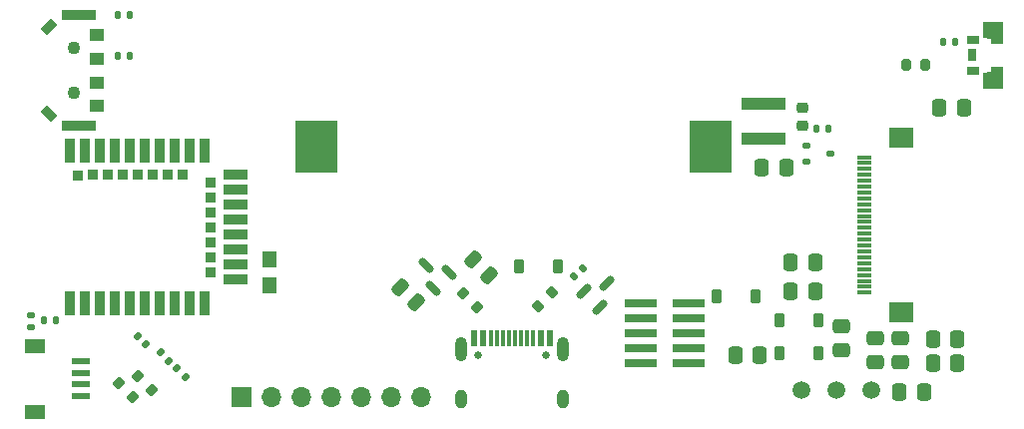
<source format=gbr>
%TF.GenerationSoftware,KiCad,Pcbnew,8.0.9-8.0.9-0~ubuntu22.04.1*%
%TF.CreationDate,2025-08-10T04:03:49+02:00*%
%TF.ProjectId,H-C3-ulp29,482d4333-2d75-46c7-9032-392e6b696361,rev?*%
%TF.SameCoordinates,Original*%
%TF.FileFunction,Soldermask,Top*%
%TF.FilePolarity,Negative*%
%FSLAX46Y46*%
G04 Gerber Fmt 4.6, Leading zero omitted, Abs format (unit mm)*
G04 Created by KiCad (PCBNEW 8.0.9-8.0.9-0~ubuntu22.04.1) date 2025-08-10 04:03:49*
%MOMM*%
%LPD*%
G01*
G04 APERTURE LIST*
G04 Aperture macros list*
%AMRoundRect*
0 Rectangle with rounded corners*
0 $1 Rounding radius*
0 $2 $3 $4 $5 $6 $7 $8 $9 X,Y pos of 4 corners*
0 Add a 4 corners polygon primitive as box body*
4,1,4,$2,$3,$4,$5,$6,$7,$8,$9,$2,$3,0*
0 Add four circle primitives for the rounded corners*
1,1,$1+$1,$2,$3*
1,1,$1+$1,$4,$5*
1,1,$1+$1,$6,$7*
1,1,$1+$1,$8,$9*
0 Add four rect primitives between the rounded corners*
20,1,$1+$1,$2,$3,$4,$5,0*
20,1,$1+$1,$4,$5,$6,$7,0*
20,1,$1+$1,$6,$7,$8,$9,0*
20,1,$1+$1,$8,$9,$2,$3,0*%
%AMRotRect*
0 Rectangle, with rotation*
0 The origin of the aperture is its center*
0 $1 length*
0 $2 width*
0 $3 Rotation angle, in degrees counterclockwise*
0 Add horizontal line*
21,1,$1,$2,0,0,$3*%
%AMFreePoly0*
4,1,21,0.935355,1.185355,0.950000,1.150000,0.950000,0.250000,0.935355,0.214645,0.900000,0.200000,0.452741,0.200000,0.479746,0.140866,0.500000,0.000000,0.479746,-0.140866,0.450000,-0.206001,0.450000,-0.450000,0.435355,-0.485355,0.400000,-0.500000,-0.900000,-0.500000,-0.935355,-0.485355,-0.950000,-0.450000,-0.950000,1.150000,-0.935355,1.185355,-0.900000,1.200000,0.900000,1.200000,
0.935355,1.185355,0.935355,1.185355,$1*%
%AMFreePoly1*
4,1,21,0.935355,1.185355,0.950000,1.150000,0.950000,-0.450000,0.935355,-0.485355,0.900000,-0.500000,-0.400000,-0.500000,-0.435355,-0.485355,-0.450000,-0.450000,-0.450000,-0.206001,-0.479746,-0.140866,-0.500000,0.000000,-0.479746,0.140866,-0.452741,0.200000,-0.900000,0.200000,-0.935355,0.214645,-0.950000,0.250000,-0.950000,1.150000,-0.935355,1.185355,-0.900000,1.200000,0.900000,1.200000,
0.935355,1.185355,0.935355,1.185355,$1*%
G04 Aperture macros list end*
%ADD10R,1.700000X1.700000*%
%ADD11O,1.700000X1.700000*%
%ADD12C,1.100000*%
%ADD13R,1.300000X1.000000*%
%ADD14R,3.000000X0.900000*%
%ADD15RotRect,1.200000X0.800000X45.000000*%
%ADD16RotRect,1.200000X0.800000X135.000000*%
%ADD17RoundRect,0.250000X0.475000X-0.337500X0.475000X0.337500X-0.475000X0.337500X-0.475000X-0.337500X0*%
%ADD18R,1.550000X0.600000*%
%ADD19R,1.800000X1.200000*%
%ADD20RoundRect,0.135000X0.135000X0.185000X-0.135000X0.185000X-0.135000X-0.185000X0.135000X-0.185000X0*%
%ADD21C,1.500000*%
%ADD22RoundRect,0.135000X-0.135000X-0.185000X0.135000X-0.185000X0.135000X0.185000X-0.135000X0.185000X0*%
%ADD23R,3.630000X4.500000*%
%ADD24RoundRect,0.225000X0.225000X0.375000X-0.225000X0.375000X-0.225000X-0.375000X0.225000X-0.375000X0*%
%ADD25RoundRect,0.135000X-0.226274X-0.035355X-0.035355X-0.226274X0.226274X0.035355X0.035355X0.226274X0*%
%ADD26R,3.708400X1.092200*%
%ADD27R,1.000000X0.800000*%
%ADD28R,0.700000X1.100000*%
%ADD29C,1.000000*%
%ADD30FreePoly0,270.000000*%
%ADD31FreePoly1,270.000000*%
%ADD32RoundRect,0.200000X0.335876X0.053033X0.053033X0.335876X-0.335876X-0.053033X-0.053033X-0.335876X0*%
%ADD33RoundRect,0.147500X0.172500X-0.147500X0.172500X0.147500X-0.172500X0.147500X-0.172500X-0.147500X0*%
%ADD34RoundRect,0.250000X0.337500X0.475000X-0.337500X0.475000X-0.337500X-0.475000X0.337500X-0.475000X0*%
%ADD35RoundRect,0.150000X0.521491X-0.309359X-0.309359X0.521491X-0.521491X0.309359X0.309359X-0.521491X0*%
%ADD36RoundRect,0.225000X-0.225000X-0.375000X0.225000X-0.375000X0.225000X0.375000X-0.225000X0.375000X0*%
%ADD37RoundRect,0.135000X0.226274X0.035355X0.035355X0.226274X-0.226274X-0.035355X-0.035355X-0.226274X0*%
%ADD38RoundRect,0.150000X-0.309359X-0.521491X0.521491X0.309359X0.309359X0.521491X-0.521491X-0.309359X0*%
%ADD39R,2.770000X0.650000*%
%ADD40RoundRect,0.225000X-0.250000X0.225000X-0.250000X-0.225000X0.250000X-0.225000X0.250000X0.225000X0*%
%ADD41RoundRect,0.250000X-0.337500X-0.475000X0.337500X-0.475000X0.337500X0.475000X-0.337500X0.475000X0*%
%ADD42R,0.900000X2.000000*%
%ADD43R,2.000000X0.900000*%
%ADD44R,0.900000X0.900000*%
%ADD45RoundRect,0.200000X0.053033X-0.335876X0.335876X-0.053033X-0.053033X0.335876X-0.335876X0.053033X0*%
%ADD46C,0.650000*%
%ADD47R,0.600000X1.450000*%
%ADD48R,0.300000X1.450000*%
%ADD49O,1.000000X2.100000*%
%ADD50O,1.000000X1.600000*%
%ADD51RoundRect,0.250000X0.512652X0.159099X0.159099X0.512652X-0.512652X-0.159099X-0.159099X-0.512652X0*%
%ADD52R,1.295400X1.422400*%
%ADD53R,1.193800X0.304800*%
%ADD54R,2.006600X1.803400*%
%ADD55RoundRect,0.200000X-0.200000X-0.275000X0.200000X-0.275000X0.200000X0.275000X-0.200000X0.275000X0*%
%ADD56RoundRect,0.135000X-0.035355X0.226274X-0.226274X0.035355X0.035355X-0.226274X0.226274X-0.035355X0*%
%ADD57RoundRect,0.112500X-0.237500X0.112500X-0.237500X-0.112500X0.237500X-0.112500X0.237500X0.112500X0*%
G04 APERTURE END LIST*
D10*
%TO.C,J3*%
X104750000Y-78300000D03*
D11*
X107290000Y-78300000D03*
X109830000Y-78300000D03*
X112370000Y-78300000D03*
X114910000Y-78300000D03*
X117450000Y-78300000D03*
X119990000Y-78300000D03*
%TD*%
D12*
%TO.C,SW1*%
X90478000Y-52515000D03*
X90478000Y-48715000D03*
D13*
X92428000Y-53615000D03*
X92428000Y-47615000D03*
D14*
X90978000Y-55315000D03*
X90978000Y-45915000D03*
D15*
X88368000Y-46935000D03*
D16*
X88368000Y-54295000D03*
D13*
X92428000Y-51615000D03*
X92428000Y-49615000D03*
%TD*%
D17*
%TO.C,C14*%
X160600000Y-75387500D03*
X160600000Y-73312500D03*
%TD*%
D18*
%TO.C,J4*%
X91093315Y-75253000D03*
X91093315Y-76253000D03*
X91093315Y-77253000D03*
X91093315Y-78253000D03*
D19*
X87218315Y-73953000D03*
X87218315Y-79553000D03*
%TD*%
D20*
%TO.C,R2*%
X95257000Y-49321000D03*
X94237000Y-49321000D03*
%TD*%
D21*
%TO.C,TP1*%
X158200000Y-77700000D03*
%TD*%
D22*
%TO.C,R21*%
X164252000Y-48179000D03*
X165272000Y-48179000D03*
%TD*%
D23*
%TO.C,BT1*%
X144500608Y-57053221D03*
X111120608Y-57053221D03*
%TD*%
D24*
%TO.C,D2*%
X148350000Y-69800000D03*
X145050000Y-69800000D03*
%TD*%
D25*
%TO.C,R6*%
X97867000Y-74533000D03*
X98588248Y-75254248D03*
%TD*%
D26*
%TO.C,L3*%
X149044000Y-53404400D03*
X149044000Y-56401600D03*
%TD*%
D17*
%TO.C,C8*%
X155600000Y-74337500D03*
X155600000Y-72262500D03*
%TD*%
D22*
%TO.C,R5*%
X87992000Y-71771000D03*
X89012000Y-71771000D03*
%TD*%
D27*
%TO.C,SW3*%
X166785000Y-50597000D03*
X166785000Y-47997000D03*
D28*
X166745000Y-49297000D03*
D29*
X168115000Y-47397000D03*
D30*
X168115000Y-47397000D03*
D29*
X168115000Y-51197000D03*
D31*
X168115000Y-51197000D03*
%TD*%
D32*
%TO.C,R15*%
X97133363Y-77733363D03*
X95966637Y-76566637D03*
%TD*%
D33*
%TO.C,D4*%
X86850000Y-72352500D03*
X86850000Y-71382500D03*
%TD*%
D21*
%TO.C,TP2*%
X155200000Y-77700000D03*
%TD*%
D34*
%TO.C,C11*%
X162617500Y-77890000D03*
X160542500Y-77890000D03*
%TD*%
D35*
%TO.C,U2*%
X121019074Y-69112577D03*
X122362577Y-67769074D03*
X120365000Y-67115000D03*
%TD*%
D36*
%TO.C,D1*%
X150395000Y-71800000D03*
X153695000Y-71800000D03*
%TD*%
D34*
%TO.C,C16*%
X148712500Y-74750000D03*
X146637500Y-74750000D03*
%TD*%
D37*
%TO.C,R3*%
X96633624Y-73859624D03*
X95912376Y-73138376D03*
%TD*%
D38*
%TO.C,Q2*%
X133766336Y-69311661D03*
X135109839Y-70655164D03*
X135763913Y-68657587D03*
%TD*%
D39*
%TO.C,CN1*%
X138641000Y-70374000D03*
X142681000Y-70374000D03*
X138641000Y-71644000D03*
X142681000Y-71644000D03*
X138641000Y-72914000D03*
X142681000Y-72914000D03*
X138641000Y-74184000D03*
X142681000Y-74184000D03*
X138641000Y-75454000D03*
X142681000Y-75454000D03*
%TD*%
D34*
%TO.C,C6*%
X166025000Y-53750000D03*
X163950000Y-53750000D03*
%TD*%
D40*
%TO.C,C17*%
X152280000Y-53730000D03*
X152280000Y-55280000D03*
%TD*%
D24*
%TO.C,D3*%
X153695000Y-74600000D03*
X150395000Y-74600000D03*
%TD*%
D41*
%TO.C,C7*%
X148875000Y-58850000D03*
X150950000Y-58850000D03*
%TD*%
D25*
%TO.C,R9*%
X99236000Y-75892000D03*
X99957248Y-76613248D03*
%TD*%
D41*
%TO.C,C9*%
X151312500Y-66875000D03*
X153387500Y-66875000D03*
%TD*%
D36*
%TO.C,D5*%
X128268000Y-67253000D03*
X131568000Y-67253000D03*
%TD*%
D42*
%TO.C,U1*%
X90212000Y-70380000D03*
X91482000Y-70380000D03*
X92722000Y-70380000D03*
X94022000Y-70380000D03*
X95292000Y-70380000D03*
X96562000Y-70380000D03*
X97832000Y-70380000D03*
X99102000Y-70380000D03*
X100372000Y-70380000D03*
X101642000Y-70380000D03*
D43*
X104232000Y-68330000D03*
D44*
X102132000Y-67690000D03*
D43*
X104232000Y-67050000D03*
D44*
X102132000Y-66420000D03*
D43*
X104232000Y-65780000D03*
D44*
X102132000Y-65150000D03*
D43*
X104232000Y-64510000D03*
D44*
X102132000Y-63880000D03*
D43*
X104232000Y-63250000D03*
D44*
X102132000Y-62610000D03*
D43*
X104232000Y-61980000D03*
D44*
X102132000Y-61340000D03*
D43*
X104232000Y-60710000D03*
D44*
X102132000Y-60070000D03*
D43*
X104232000Y-59430000D03*
D42*
X101642000Y-57380000D03*
X100372000Y-57380000D03*
D44*
X99732000Y-59470000D03*
D42*
X99102000Y-57380000D03*
D44*
X98462000Y-59470000D03*
D42*
X97832000Y-57380000D03*
D44*
X97192000Y-59470000D03*
D42*
X96562000Y-57380000D03*
D44*
X95922000Y-59470000D03*
D42*
X95292000Y-57380000D03*
D44*
X94652000Y-59470000D03*
D42*
X94022000Y-57380000D03*
D44*
X93382000Y-59470000D03*
D42*
X92752000Y-57380000D03*
D44*
X92112000Y-59470000D03*
D42*
X91482000Y-57380000D03*
D44*
X90842000Y-59480000D03*
D42*
X90212000Y-57380000D03*
%TD*%
D45*
%TO.C,R20*%
X129902274Y-70621726D03*
X131069000Y-69455000D03*
%TD*%
D46*
%TO.C,J1*%
X124795000Y-74794000D03*
X130575000Y-74794000D03*
D47*
X124435000Y-73349000D03*
X125235000Y-73349000D03*
D48*
X126435000Y-73349000D03*
X127435000Y-73349000D03*
X127935000Y-73349000D03*
X128935000Y-73349000D03*
D47*
X130135000Y-73349000D03*
X130935000Y-73349000D03*
X130935000Y-73349000D03*
X130135000Y-73349000D03*
D48*
X129435000Y-73349000D03*
X128435000Y-73349000D03*
X126935000Y-73349000D03*
X125935000Y-73349000D03*
D47*
X125235000Y-73349000D03*
X124435000Y-73349000D03*
D49*
X123365000Y-74264000D03*
D50*
X123365000Y-78444000D03*
D49*
X132005000Y-74264000D03*
D50*
X132005000Y-78444000D03*
%TD*%
D51*
%TO.C,C2*%
X125756751Y-67941751D03*
X124413249Y-66598249D03*
%TD*%
D34*
%TO.C,C10*%
X165486000Y-73397000D03*
X163411000Y-73397000D03*
%TD*%
D52*
%TO.C,Y2*%
X107125000Y-66611800D03*
X107125000Y-68796200D03*
%TD*%
D51*
%TO.C,C1*%
X119528751Y-70308751D03*
X118185249Y-68965249D03*
%TD*%
D32*
%TO.C,R14*%
X95515000Y-78331000D03*
X94348274Y-77164274D03*
%TD*%
D53*
%TO.C,J2*%
X157554400Y-69450001D03*
X157554400Y-68950000D03*
X157554400Y-68450001D03*
X157554400Y-67949999D03*
X157554400Y-67450000D03*
X157554400Y-66950001D03*
X157554400Y-66450000D03*
X157554400Y-65950001D03*
X157554400Y-65449999D03*
X157554400Y-64950000D03*
X157554400Y-64450001D03*
X157554400Y-63950000D03*
X157554400Y-63450000D03*
X157554400Y-62949999D03*
X157554400Y-62450000D03*
X157554400Y-61950001D03*
X157554400Y-61449999D03*
X157554400Y-60950000D03*
X157554400Y-60449999D03*
X157554400Y-59950000D03*
X157554400Y-59450001D03*
X157554400Y-58949999D03*
X157554400Y-58450000D03*
X157554400Y-57950001D03*
D54*
X160704399Y-71100000D03*
X160704399Y-56300000D03*
%TD*%
D22*
%TO.C,R7*%
X153519000Y-55500000D03*
X154539000Y-55500000D03*
%TD*%
D55*
%TO.C,R8*%
X161100000Y-50150000D03*
X162750000Y-50150000D03*
%TD*%
D41*
%TO.C,C15*%
X151312500Y-69350000D03*
X153387500Y-69350000D03*
%TD*%
D32*
%TO.C,R1*%
X124685363Y-70657363D03*
X123518637Y-69490637D03*
%TD*%
D56*
%TO.C,R10*%
X133666624Y-67367376D03*
X132945376Y-68088624D03*
%TD*%
D20*
%TO.C,R4*%
X95257000Y-45909000D03*
X94237000Y-45909000D03*
%TD*%
D21*
%TO.C,TP3*%
X152200000Y-77700000D03*
%TD*%
D57*
%TO.C,Q1*%
X152650000Y-57000000D03*
X152650000Y-58300000D03*
X154650000Y-57650000D03*
%TD*%
D34*
%TO.C,C12*%
X165486000Y-75472000D03*
X163411000Y-75472000D03*
%TD*%
D17*
%TO.C,C13*%
X158500000Y-75387500D03*
X158500000Y-73312500D03*
%TD*%
M02*

</source>
